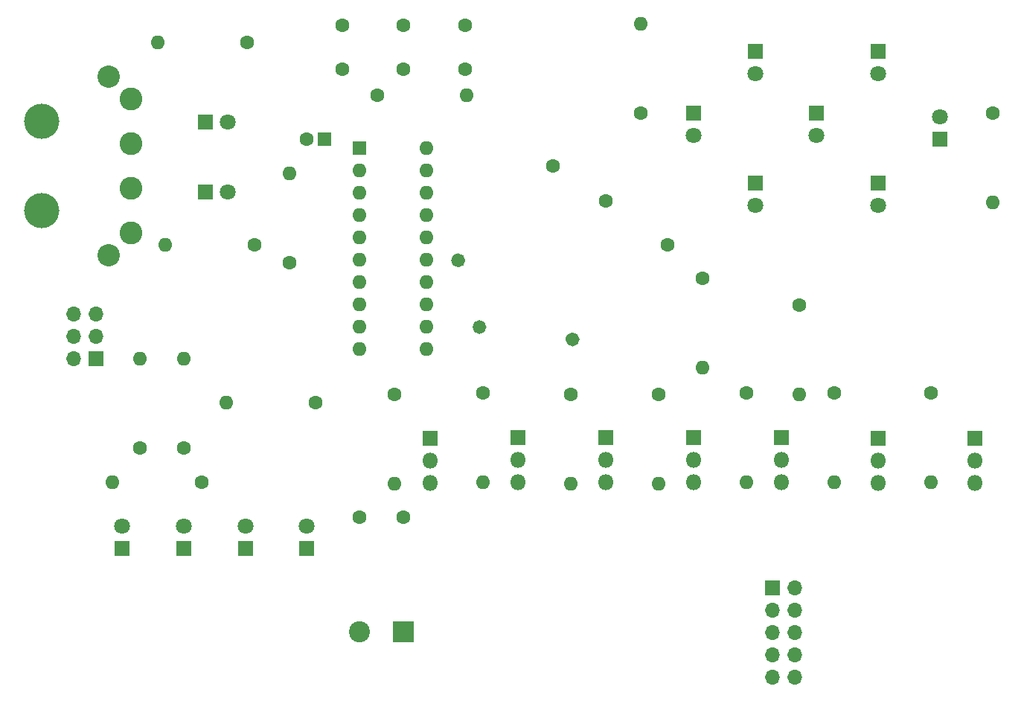
<source format=gbr>
%TF.GenerationSoftware,KiCad,Pcbnew,5.1.9*%
%TF.CreationDate,2021-04-25T23:10:33+02:00*%
%TF.ProjectId,controller,636f6e74-726f-46c6-9c65-722e6b696361,rev?*%
%TF.SameCoordinates,Original*%
%TF.FileFunction,Soldermask,Bot*%
%TF.FilePolarity,Negative*%
%FSLAX46Y46*%
G04 Gerber Fmt 4.6, Leading zero omitted, Abs format (unit mm)*
G04 Created by KiCad (PCBNEW 5.1.9) date 2021-04-25 23:10:33*
%MOMM*%
%LPD*%
G01*
G04 APERTURE LIST*
%ADD10O,1.600000X1.600000*%
%ADD11C,1.600000*%
%ADD12R,1.600000X1.600000*%
%ADD13O,1.700000X1.700000*%
%ADD14R,1.700000X1.700000*%
%ADD15R,1.800000X1.800000*%
%ADD16C,1.800000*%
%ADD17C,4.000000*%
%ADD18C,2.600000*%
%ADD19C,2.540000*%
%ADD20O,1.800000X1.800000*%
%ADD21R,2.400000X2.400000*%
%ADD22C,2.400000*%
G04 APERTURE END LIST*
D10*
%TO.C,L0*%
X125000000Y-54840000D03*
D11*
X125000000Y-65000000D03*
%TD*%
%TO.C,C6*%
X145000000Y-38000000D03*
X145000000Y-43000000D03*
%TD*%
%TO.C,C1*%
X127000000Y-51000000D03*
D12*
X129000000Y-51000000D03*
%TD*%
D11*
%TO.C,C4*%
X133000000Y-94000000D03*
X138000000Y-94000000D03*
%TD*%
%TO.C,C3*%
X131000000Y-38000000D03*
X131000000Y-43000000D03*
%TD*%
%TO.C,C2*%
X138000000Y-38000000D03*
X138000000Y-43000000D03*
%TD*%
D13*
%TO.C,J2*%
X182540000Y-112160000D03*
X180000000Y-112160000D03*
X182540000Y-109620000D03*
X180000000Y-109620000D03*
X182540000Y-107080000D03*
X180000000Y-107080000D03*
X182540000Y-104540000D03*
X180000000Y-104540000D03*
X182540000Y-102000000D03*
D14*
X180000000Y-102000000D03*
%TD*%
D10*
%TO.C,R14*%
X165000000Y-37840000D03*
D11*
X165000000Y-48000000D03*
%TD*%
%TO.C,R15*%
G36*
G01*
X147197275Y-71802725D02*
X147197275Y-71802725D01*
G75*
G02*
X147197275Y-72934095I-565685J-565685D01*
G01*
X147197275Y-72934095D01*
G75*
G02*
X146065905Y-72934095I-565685J565685D01*
G01*
X146065905Y-72934095D01*
G75*
G02*
X146065905Y-71802725I565685J565685D01*
G01*
X146065905Y-71802725D01*
G75*
G02*
X147197275Y-71802725I565685J-565685D01*
G01*
G37*
X161000000Y-58000000D03*
%TD*%
D12*
%TO.C,U1*%
X133000000Y-52000000D03*
D10*
X140620000Y-74860000D03*
X133000000Y-54540000D03*
X140620000Y-72320000D03*
X133000000Y-57080000D03*
X140620000Y-69780000D03*
X133000000Y-59620000D03*
X140620000Y-67240000D03*
X133000000Y-62160000D03*
X140620000Y-64700000D03*
X133000000Y-64700000D03*
X140620000Y-62160000D03*
X133000000Y-67240000D03*
X140620000Y-59620000D03*
X133000000Y-69780000D03*
X140620000Y-57080000D03*
X133000000Y-72320000D03*
X140620000Y-54540000D03*
X133000000Y-74860000D03*
X140620000Y-52000000D03*
%TD*%
D15*
%TO.C,D1*%
X115460000Y-57000000D03*
D16*
X118000000Y-57000000D03*
%TD*%
D15*
%TO.C,D2*%
X106000000Y-97540000D03*
D16*
X106000000Y-95000000D03*
%TD*%
D15*
%TO.C,D3*%
X113000000Y-97540000D03*
D16*
X113000000Y-95000000D03*
%TD*%
D15*
%TO.C,D4*%
X120000000Y-97540000D03*
D16*
X120000000Y-95000000D03*
%TD*%
%TO.C,D5*%
X127000000Y-95000000D03*
D15*
X127000000Y-97540000D03*
%TD*%
%TO.C,D6*%
X115460000Y-49000000D03*
D16*
X118000000Y-49000000D03*
%TD*%
%TO.C,D7*%
X171000000Y-50540000D03*
D15*
X171000000Y-48000000D03*
%TD*%
D16*
%TO.C,D8*%
X178000000Y-58540000D03*
D15*
X178000000Y-56000000D03*
%TD*%
D16*
%TO.C,D9*%
X178000000Y-43540000D03*
D15*
X178000000Y-41000000D03*
%TD*%
D16*
%TO.C,D10*%
X185000000Y-50540000D03*
D15*
X185000000Y-48000000D03*
%TD*%
%TO.C,D11*%
X192000000Y-56000000D03*
D16*
X192000000Y-58540000D03*
%TD*%
%TO.C,D12*%
X192000000Y-43540000D03*
D15*
X192000000Y-41000000D03*
%TD*%
%TO.C,D13*%
X199000000Y-51000000D03*
D16*
X199000000Y-48460000D03*
%TD*%
D17*
%TO.C,J0*%
X96860000Y-59080000D03*
D18*
X107020000Y-46380000D03*
X107020000Y-51460000D03*
X107020000Y-56540000D03*
X107020000Y-61620000D03*
D19*
X104480000Y-64160000D03*
D17*
X96860000Y-48920000D03*
D19*
X104480000Y-43840000D03*
%TD*%
D14*
%TO.C,J3*%
X103000000Y-76000000D03*
D13*
X100460000Y-76000000D03*
X103000000Y-73460000D03*
X100460000Y-73460000D03*
X103000000Y-70920000D03*
X100460000Y-70920000D03*
%TD*%
D20*
%TO.C,Q0*%
X141000000Y-90080000D03*
X141000000Y-87540000D03*
D15*
X141000000Y-85000000D03*
%TD*%
%TO.C,Q1*%
X151000000Y-84920000D03*
D20*
X151000000Y-87460000D03*
X151000000Y-90000000D03*
%TD*%
%TO.C,Q2*%
X161000000Y-90000000D03*
X161000000Y-87460000D03*
D15*
X161000000Y-84920000D03*
%TD*%
%TO.C,Q3*%
X171000000Y-84920000D03*
D20*
X171000000Y-87460000D03*
X171000000Y-90000000D03*
%TD*%
D15*
%TO.C,Q4*%
X181000000Y-84920000D03*
D20*
X181000000Y-87460000D03*
X181000000Y-90000000D03*
%TD*%
%TO.C,Q5*%
X192000000Y-90080000D03*
X192000000Y-87540000D03*
D15*
X192000000Y-85000000D03*
%TD*%
%TO.C,Q6*%
X203000000Y-85000000D03*
D20*
X203000000Y-87540000D03*
X203000000Y-90080000D03*
%TD*%
D11*
%TO.C,R0*%
X137000000Y-80000000D03*
D10*
X137000000Y-90160000D03*
%TD*%
%TO.C,R1*%
X147000000Y-90000000D03*
D11*
X147000000Y-79840000D03*
%TD*%
D10*
%TO.C,R2*%
X157000000Y-90160000D03*
D11*
X157000000Y-80000000D03*
%TD*%
%TO.C,R3*%
X167000000Y-80000000D03*
D10*
X167000000Y-90160000D03*
%TD*%
%TO.C,R4*%
X177000000Y-90000000D03*
D11*
X177000000Y-79840000D03*
%TD*%
%TO.C,R5*%
X187000000Y-79840000D03*
D10*
X187000000Y-90000000D03*
%TD*%
D11*
%TO.C,R6*%
X198000000Y-79840000D03*
D10*
X198000000Y-90000000D03*
%TD*%
D11*
%TO.C,R7*%
X121000000Y-63000000D03*
D10*
X110840000Y-63000000D03*
%TD*%
%TO.C,R8*%
X145160000Y-46000000D03*
D11*
X135000000Y-46000000D03*
%TD*%
%TO.C,R9*%
X108000000Y-86160000D03*
D10*
X108000000Y-76000000D03*
%TD*%
%TO.C,R10*%
X113000000Y-76000000D03*
D11*
X113000000Y-86160000D03*
%TD*%
D10*
%TO.C,R11*%
X104840000Y-90000000D03*
D11*
X115000000Y-90000000D03*
%TD*%
%TO.C,R12*%
X128000000Y-81000000D03*
D10*
X117840000Y-81000000D03*
%TD*%
D11*
%TO.C,R13*%
X120160000Y-40000000D03*
D10*
X110000000Y-40000000D03*
%TD*%
%TO.C,R18*%
X172000000Y-77000000D03*
D11*
X172000000Y-66840000D03*
%TD*%
%TO.C,R19*%
X183000000Y-69840000D03*
D10*
X183000000Y-80000000D03*
%TD*%
%TO.C,R20*%
X205000000Y-58160000D03*
D11*
X205000000Y-48000000D03*
%TD*%
%TO.C,R16*%
X155000000Y-54000000D03*
G36*
G01*
X144789378Y-64210622D02*
X144789378Y-64210622D01*
G75*
G02*
X144789378Y-65341992I-565685J-565685D01*
G01*
X144789378Y-65341992D01*
G75*
G02*
X143658008Y-65341992I-565685J565685D01*
G01*
X143658008Y-65341992D01*
G75*
G02*
X143658008Y-64210622I565685J565685D01*
G01*
X143658008Y-64210622D01*
G75*
G02*
X144789378Y-64210622I565685J-565685D01*
G01*
G37*
%TD*%
%TO.C,R17*%
G36*
G01*
X157789378Y-73210622D02*
X157789378Y-73210622D01*
G75*
G02*
X157789378Y-74341992I-565685J-565685D01*
G01*
X157789378Y-74341992D01*
G75*
G02*
X156658008Y-74341992I-565685J565685D01*
G01*
X156658008Y-74341992D01*
G75*
G02*
X156658008Y-73210622I565685J565685D01*
G01*
X156658008Y-73210622D01*
G75*
G02*
X157789378Y-73210622I565685J-565685D01*
G01*
G37*
X168000000Y-63000000D03*
%TD*%
D21*
%TO.C,C5*%
X138000000Y-107000000D03*
D22*
X133000000Y-107000000D03*
%TD*%
M02*

</source>
